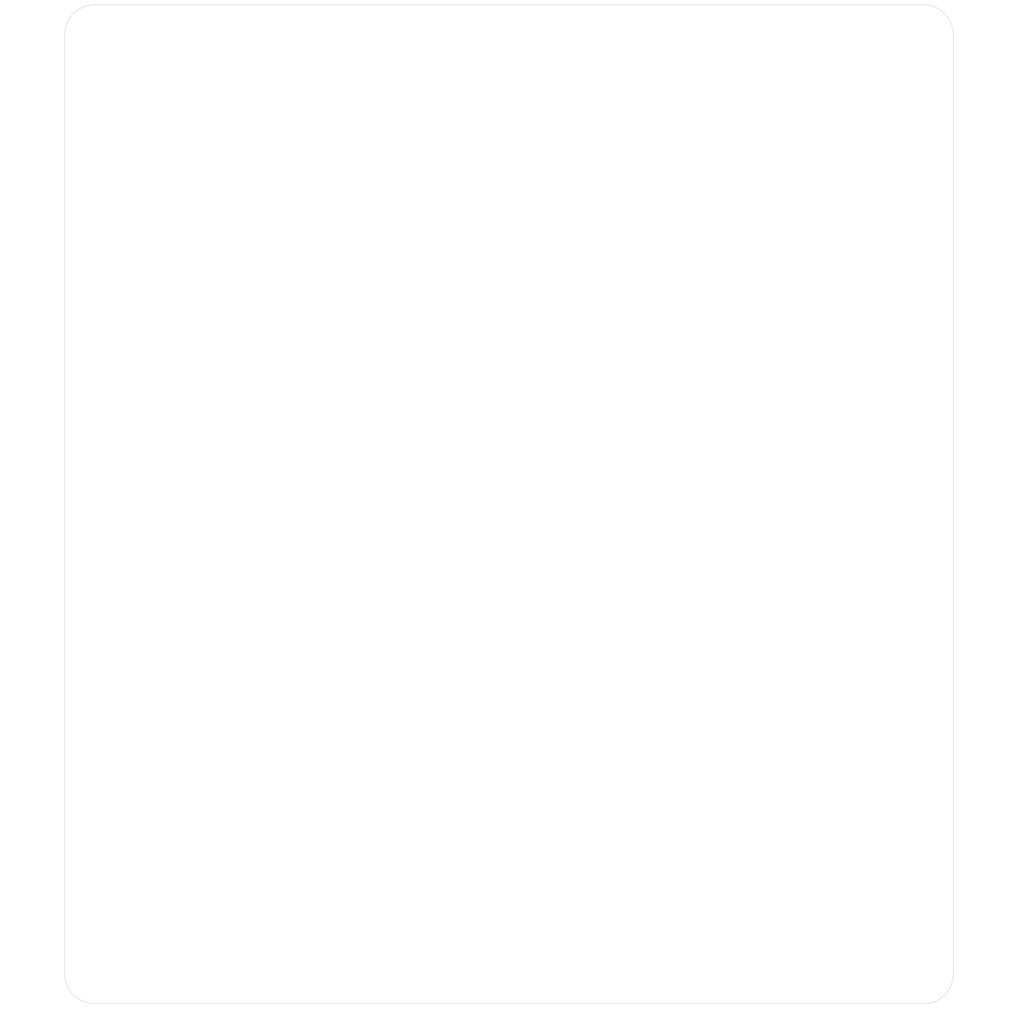
<source format=kicad_pcb>
(kicad_pcb (version 20171130) (host pcbnew 5.1.6-c6e7f7d~87~ubuntu20.04.1)

  (general
    (thickness 1.6)
    (drawings 8)
    (tracks 0)
    (zones 0)
    (modules 4)
    (nets 1)
  )

  (page A4)
  (layers
    (0 F.Cu signal)
    (31 B.Cu signal)
    (32 B.Adhes user)
    (33 F.Adhes user)
    (34 B.Paste user)
    (35 F.Paste user)
    (36 B.SilkS user)
    (37 F.SilkS user)
    (38 B.Mask user)
    (39 F.Mask user)
    (40 Dwgs.User user)
    (41 Cmts.User user)
    (42 Eco1.User user)
    (43 Eco2.User user)
    (44 Edge.Cuts user)
    (45 Margin user)
    (46 B.CrtYd user)
    (47 F.CrtYd user)
    (48 B.Fab user)
    (49 F.Fab user)
  )

  (setup
    (last_trace_width 0.25)
    (trace_clearance 0.2)
    (zone_clearance 0.508)
    (zone_45_only no)
    (trace_min 0.2)
    (via_size 0.8)
    (via_drill 0.4)
    (via_min_size 0.4)
    (via_min_drill 0.3)
    (uvia_size 0.3)
    (uvia_drill 0.1)
    (uvias_allowed no)
    (uvia_min_size 0.2)
    (uvia_min_drill 0.1)
    (edge_width 0.05)
    (segment_width 0.2)
    (pcb_text_width 0.3)
    (pcb_text_size 1.5 1.5)
    (mod_edge_width 0.12)
    (mod_text_size 1 1)
    (mod_text_width 0.15)
    (pad_size 1.524 1.524)
    (pad_drill 0.762)
    (pad_to_mask_clearance 0.051)
    (solder_mask_min_width 0.25)
    (aux_axis_origin 0 0)
    (visible_elements 7FFFFFFF)
    (pcbplotparams
      (layerselection 0x01000_7ffffffe)
      (usegerberextensions false)
      (usegerberattributes false)
      (usegerberadvancedattributes false)
      (creategerberjobfile false)
      (excludeedgelayer true)
      (linewidth 0.100000)
      (plotframeref false)
      (viasonmask false)
      (mode 1)
      (useauxorigin false)
      (hpglpennumber 1)
      (hpglpenspeed 20)
      (hpglpendiameter 15.000000)
      (psnegative false)
      (psa4output false)
      (plotreference true)
      (plotvalue true)
      (plotinvisibletext false)
      (padsonsilk false)
      (subtractmaskfromsilk false)
      (outputformat 3)
      (mirror false)
      (drillshape 0)
      (scaleselection 1)
      (outputdirectory "./"))
  )

  (net 0 "")

  (net_class Default "This is the default net class."
    (clearance 0.2)
    (trace_width 0.25)
    (via_dia 0.8)
    (via_drill 0.4)
    (uvia_dia 0.3)
    (uvia_drill 0.1)
  )

  (module MountingHole:MountingHole_3.2mm_M3 (layer F.Cu) (tedit 56D1B4CB) (tstamp 5F3C3154)
    (at 188.15 148.55)
    (descr "Mounting Hole 3.2mm, no annular, M3")
    (tags "mounting hole 3.2mm no annular m3")
    (attr virtual)
    (fp_text reference REF** (at 0 -4.2) (layer F.SilkS) hide
      (effects (font (size 1 1) (thickness 0.15)))
    )
    (fp_text value MountingHole_3.2mm_M3 (at 0 4.2) (layer F.Fab)
      (effects (font (size 1 1) (thickness 0.15)))
    )
    (fp_circle (center 0 0) (end 3.45 0) (layer F.CrtYd) (width 0.05))
    (fp_circle (center 0 0) (end 3.2 0) (layer Cmts.User) (width 0.15))
    (fp_text user %R (at 0.3 0) (layer F.Fab) hide
      (effects (font (size 1 1) (thickness 0.15)))
    )
    (pad 1 np_thru_hole circle (at 0 0) (size 3.2 3.2) (drill 3.2) (layers *.Cu *.Mask))
  )

  (module MountingHole:MountingHole_3.2mm_M3 (layer F.Cu) (tedit 56D1B4CB) (tstamp 5F3C3146)
    (at 105.15 148.55)
    (descr "Mounting Hole 3.2mm, no annular, M3")
    (tags "mounting hole 3.2mm no annular m3")
    (attr virtual)
    (fp_text reference REF** (at 0 -4.2) (layer F.SilkS) hide
      (effects (font (size 1 1) (thickness 0.15)))
    )
    (fp_text value MountingHole_3.2mm_M3 (at 0 4.2) (layer F.Fab)
      (effects (font (size 1 1) (thickness 0.15)))
    )
    (fp_circle (center 0 0) (end 3.2 0) (layer Cmts.User) (width 0.15))
    (fp_circle (center 0 0) (end 3.45 0) (layer F.CrtYd) (width 0.05))
    (fp_text user %R (at 0.3 0) (layer F.Fab) hide
      (effects (font (size 1 1) (thickness 0.15)))
    )
    (pad 1 np_thru_hole circle (at 0 0) (size 3.2 3.2) (drill 3.2) (layers *.Cu *.Mask))
  )

  (module MountingHole:MountingHole_3.2mm_M3 (layer F.Cu) (tedit 56D1B4CB) (tstamp 5F3C3138)
    (at 105.15 54.55)
    (descr "Mounting Hole 3.2mm, no annular, M3")
    (tags "mounting hole 3.2mm no annular m3")
    (attr virtual)
    (fp_text reference REF** (at 0 -4.2) (layer F.SilkS) hide
      (effects (font (size 1 1) (thickness 0.15)))
    )
    (fp_text value MountingHole_3.2mm_M3 (at 0 4.2) (layer F.Fab)
      (effects (font (size 1 1) (thickness 0.15)))
    )
    (fp_circle (center 0 0) (end 3.45 0) (layer F.CrtYd) (width 0.05))
    (fp_circle (center 0 0) (end 3.2 0) (layer Cmts.User) (width 0.15))
    (fp_text user %R (at 0.3 0) (layer F.Fab) hide
      (effects (font (size 1 1) (thickness 0.15)))
    )
    (pad 1 np_thru_hole circle (at 0 0) (size 3.2 3.2) (drill 3.2) (layers *.Cu *.Mask))
  )

  (module MountingHole:MountingHole_3.2mm_M3 (layer F.Cu) (tedit 56D1B4CB) (tstamp 5F3C311B)
    (at 188.15 54.55)
    (descr "Mounting Hole 3.2mm, no annular, M3")
    (tags "mounting hole 3.2mm no annular m3")
    (attr virtual)
    (fp_text reference REF** (at 0 -4.2) (layer F.SilkS) hide
      (effects (font (size 1 1) (thickness 0.15)))
    )
    (fp_text value MountingHole_3.2mm_M3 (at 0 4.2) (layer F.Fab)
      (effects (font (size 1 1) (thickness 0.15)))
    )
    (fp_circle (center 0 0) (end 3.2 0) (layer Cmts.User) (width 0.15))
    (fp_circle (center 0 0) (end 3.45 0) (layer F.CrtYd) (width 0.05))
    (fp_text user %R (at 0.3 0) (layer F.Fab) hide
      (effects (font (size 1 1) (thickness 0.15)))
    )
    (pad 1 np_thru_hole circle (at 0 0) (size 3.2 3.2) (drill 3.2) (layers *.Cu *.Mask))
  )

  (gr_arc (start 188.15 54.55) (end 191.15 54.55) (angle -90) (layer Edge.Cuts) (width 0.05))
  (gr_line (start 188.15 151.55) (end 105.15 151.55) (layer Edge.Cuts) (width 0.05))
  (gr_line (start 191.15 54.55) (end 191.15 148.55) (layer Edge.Cuts) (width 0.05))
  (gr_line (start 105.15 51.55) (end 188.15 51.55) (layer Edge.Cuts) (width 0.05))
  (gr_line (start 102.15 148.55) (end 102.15 54.55) (layer Edge.Cuts) (width 0.05))
  (gr_arc (start 105.15 148.55) (end 102.15 148.55) (angle -90) (layer Edge.Cuts) (width 0.05))
  (gr_arc (start 105.15 54.55) (end 105.15 51.55) (angle -90) (layer Edge.Cuts) (width 0.05))
  (gr_arc (start 188.15 148.55) (end 188.15 151.55) (angle -90) (layer Edge.Cuts) (width 0.05))

)

</source>
